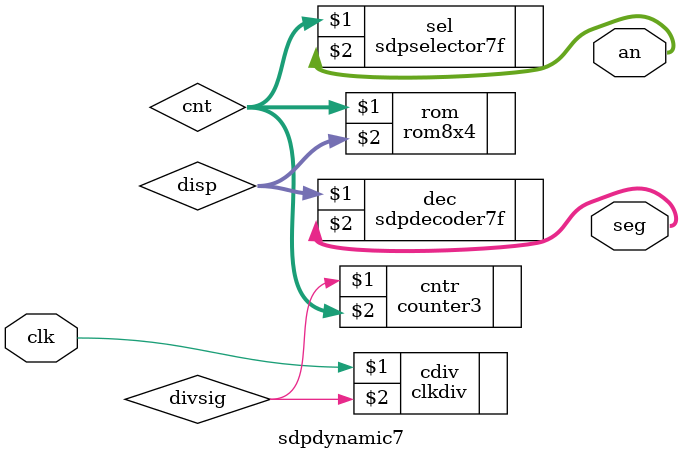
<source format=v>
`timescale 1ns / 1ps


module sdpdynamic7(
    clk,seg,an
    );
    input clk;
    output [7:0] seg;
    output [7:0] an;
    wire divsig;
    wire [2:0] cnt;
    wire [3:0] disp;
    clkdiv cdiv(clk,divsig);
    counter3 cntr(divsig,cnt);
    sdpselector7f sel(cnt,an);
    rom8x4 rom(cnt,disp);
    sdpdecoder7f dec(disp,seg);
endmodule

</source>
